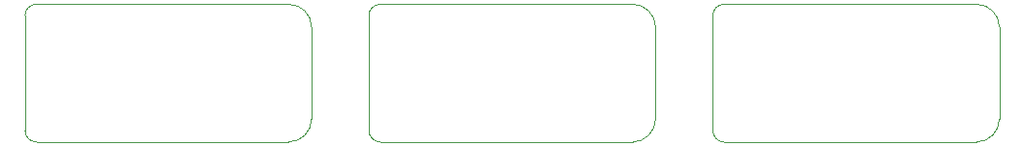
<source format=gbr>
G04 #@! TF.GenerationSoftware,KiCad,Pcbnew,5.0.1*
G04 #@! TF.CreationDate,2019-02-10T23:28:33+01:00*
G04 #@! TF.ProjectId,usbled,7573626C65642E6B696361645F706362,rev?*
G04 #@! TF.SameCoordinates,PX60c62b8PY5e94a58*
G04 #@! TF.FileFunction,Profile,NP*
%FSLAX46Y46*%
G04 Gerber Fmt 4.6, Leading zero omitted, Abs format (unit mm)*
G04 Created by KiCad (PCBNEW 5.0.1) date Sun 10 Feb 2019 11:28:33 PM CET*
%MOMM*%
%LPD*%
G01*
G04 APERTURE LIST*
%ADD10C,0.100000*%
G04 APERTURE END LIST*
D10*
X59950000Y11060000D02*
G75*
G02X60950000Y12060000I1000000J0D01*
G01*
X29950000Y11060000D02*
G75*
G02X30950000Y12060000I1000000J0D01*
G01*
X84950000Y10060000D02*
X84950000Y2000000D01*
X54950000Y10060000D02*
X54950000Y2000000D01*
X60950000Y12060000D02*
X82950000Y12060000D01*
X30950000Y12060000D02*
X52950000Y12060000D01*
X60950000Y0D02*
G75*
G02X59950000Y1000000I0J1000000D01*
G01*
X30950000Y0D02*
G75*
G02X29950000Y1000000I0J1000000D01*
G01*
X59950000Y1000000D02*
X59950000Y11060000D01*
X29950000Y1000000D02*
X29950000Y11060000D01*
X82950000Y12060000D02*
G75*
G02X84950000Y10060000I0J-2000000D01*
G01*
X52950000Y12060000D02*
G75*
G02X54950000Y10060000I0J-2000000D01*
G01*
X82950000Y0D02*
X60950000Y0D01*
X52950000Y0D02*
X30950000Y0D01*
X84950000Y2000000D02*
G75*
G02X82950000Y0I-2000000J0D01*
G01*
X54950000Y2000000D02*
G75*
G02X52950000Y0I-2000000J0D01*
G01*
X-50000Y11060000D02*
G75*
G02X950000Y12060000I1000000J0D01*
G01*
X24950000Y10060000D02*
X24950000Y2000000D01*
X950000Y12060000D02*
X22950000Y12060000D01*
X950000Y0D02*
G75*
G02X-50000Y1000000I0J1000000D01*
G01*
X-50000Y1000000D02*
X-50000Y11060000D01*
X22950000Y12060000D02*
G75*
G02X24950000Y10060000I0J-2000000D01*
G01*
X22950000Y0D02*
X950000Y0D01*
X24950000Y2000000D02*
G75*
G02X22950000Y0I-2000000J0D01*
G01*
M02*

</source>
